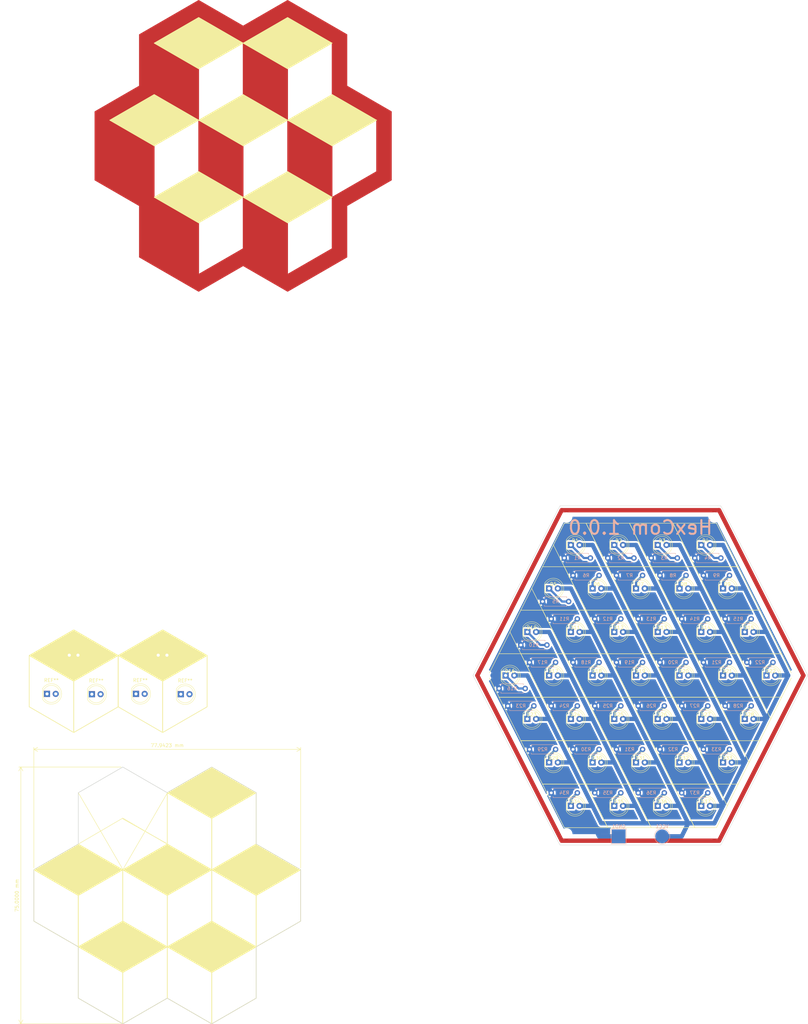
<source format=kicad_pcb>
(kicad_pcb (version 20211014) (generator pcbnew)
  (layers (0 "F.Cu" signal) (31 "B.Cu" signal) (34 "B.Paste" user) (35 "F.Paste" user) (36 "B.SilkS" user "B.Silkscreen") (37 "F.SilkS" user "F.Silkscreen") (38 "B.Mask" user) (39 "F.Mask" user) (44 "Edge.Cuts" user))
  (net 0 "")
  (net 1 "Net-(D1-Pad1)")
  (net 2 "/VCC")
  (net 3 "/GND")
  (net 4 "Net-(D2-Pad1)")
  (net 5 "Net-(D3-Pad1)")
  (net 6 "Net-(D4-Pad1)")
  (net 7 "Net-(D5-Pad1)")
  (net 8 "Net-(D6-Pad1)")
  (net 9 "Net-(D7-Pad1)")
  (net 10 "Net-(D8-Pad1)")
  (net 11 "Net-(D9-Pad1)")
  (net 12 "Net-(D10-Pad1)")
  (net 13 "Net-(D11-Pad1)")
  (net 14 "Net-(D12-Pad1)")
  (net 15 "Net-(D13-Pad1)")
  (net 16 "Net-(D14-Pad1)")
  (net 17 "Net-(D15-Pad1)")
  (net 18 "Net-(D16-Pad1)")
  (net 19 "Net-(D17-Pad1)")
  (net 20 "Net-(D18-Pad1)")
  (net 21 "Net-(D19-Pad1)")
  (net 22 "Net-(D20-Pad1)")
  (net 23 "Net-(D21-Pad1)")
  (net 24 "Net-(D22-Pad1)")
  (net 25 "Net-(D23-Pad1)")
  (net 26 "Net-(D24-Pad1)")
  (net 27 "Net-(D25-Pad1)")
  (net 28 "Net-(D26-Pad1)")
  (net 29 "Net-(D27-Pad1)")
  (net 30 "Net-(D28-Pad1)")
  (net 31 "Net-(D29-Pad1)")
  (net 32 "Net-(D30-Pad1)")
  (net 33 "Net-(D31-Pad1)")
  (net 34 "Net-(D32-Pad1)")
  (net 35 "Net-(D33-Pad1)")
  (net 36 "Net-(D34-Pad1)")
  (net 37 "Net-(D35-Pad1)")
  (net 38 "Net-(D36-Pad1)")
  (net 39 "Net-(D37-Pad1)")
  (footprint "LED_THT:LED_D5.0mm" (layer "F.Cu") (at 207.645 87.63)
    (fp_text reference "D18")
    (fp_text value "LED")
  )
  (footprint "LED_THT:LED_D5.0mm" (layer "F.Cu") (at 239.395 49.53)
    (fp_text reference "D4")
    (fp_text value "LED")
  )
  (footprint "LED_THT:LED_D5.0mm" (layer "F.Cu") (at 258.445 87.63)
    (fp_text reference "D22")
    (fp_text value "LED")
  )
  (footprint "LED_THT:LED_D5.0mm" (layer "F.Cu") (at 226.695 49.53)
    (fp_text reference "D3")
    (fp_text value "LED")
  )
  (footprint "LED_THT:LED_D5.0mm" (layer "F.Cu") (at 233.045 62.23)
    (fp_text reference "D8")
    (fp_text value "LED")
  )
  (footprint "LED_THT:LED_D5.0mm" (layer "F.Cu") (at 61.392364 93.115374)
    (fp_text reference "REF**")
    (fp_text value "LED_D5.0mm")
  )
  (footprint "" (layer "F.Cu") (at 200.025 41.275)
    (fp_text reference "")
    (fp_text value "")
  )
  (footprint "LED_THT:LED_D5.0mm" (layer "F.Cu") (at 201.295 125.73)
    (fp_text reference "D34")
    (fp_text value "LED")
  )
  (footprint "LED_THT:LED_D5.0mm" (layer "F.Cu") (at 188.595 100.33)
    (fp_text reference "D23")
    (fp_text value "LED")
  )
  (footprint "LED_THT:LED_D5.0mm" (layer "F.Cu") (at 182.245 87.63)
    (fp_text reference "D16")
    (fp_text value "LED")
  )
  (footprint "LED_THT:LED_D5.0mm" (layer "F.Cu") (at 207.645 113.03)
    (fp_text reference "D30")
    (fp_text value "LED")
  )
  (footprint "LED_THT:LED_D5.0mm" (layer "F.Cu") (at 239.395 100.33)
    (fp_text reference "D27")
    (fp_text value "LED")
  )
  (footprint "LED_THT:LED_D5.0mm" (layer "F.Cu") (at 239.395 125.73)
    (fp_text reference "D37")
    (fp_text value "LED")
  )
  (footprint "LED_THT:LED_D5.0mm" (layer "F.Cu") (at 201.295 100.33)
    (fp_text reference "D24")
    (fp_text value "LED")
  )
  (footprint "LED_THT:LED_D5.0mm" (layer "F.Cu") (at 48.292364 93.015374)
    (fp_text reference "REF**")
    (fp_text value "LED_D5.0mm")
  )
  (footprint "LED_THT:LED_D5.0mm" (layer "F.Cu") (at 54.792364 81.715374)
    (fp_text reference "REF**")
    (fp_text value "LED_D5.0mm")
  )
  (footprint "" (layer "F.Cu") (at 243.205 133.985)
    (fp_text reference "")
    (fp_text value "")
  )
  (footprint "" (layer "F.Cu") (at 200.025 133.985)
    (fp_text reference "")
    (fp_text value "")
  )
  (footprint "LED_THT:LED_D5.0mm" (layer "F.Cu") (at 233.045 113.03)
    (fp_text reference "D32")
    (fp_text value "LED")
  )
  (footprint "LED_THT:LED_D5.0mm" (layer "F.Cu") (at 252.095 100.33)
    (fp_text reference "D28")
    (fp_text value "LED")
  )
  (footprint "LED_THT:LED_D5.0mm" (layer "F.Cu") (at 220.345 113.03)
    (fp_text reference "D31")
    (fp_text value "LED")
  )
  (footprint "LED_THT:LED_D5.0mm" (layer "F.Cu") (at 194.945 113.03)
    (fp_text reference "D29")
    (fp_text value "LED")
  )
  (footprint "LED_THT:LED_D5.0mm" (layer "F.Cu") (at 213.995 100.33)
    (fp_text reference "D25")
    (fp_text value "LED")
  )
  (footprint "LED_THT:LED_D5.0mm" (layer "F.Cu") (at 220.345 87.63)
    (fp_text reference "D19")
    (fp_text value "LED")
  )
  (footprint "LED_THT:LED_D5.0mm" (layer "F.Cu") (at 233.045 87.63)
    (fp_text reference "D20")
    (fp_text value "LED")
  )
  (footprint "LED_THT:LED_D5.0mm" (layer "F.Cu") (at 188.595 74.93)
    (fp_text reference "D10")
    (fp_text value "LED")
  )
  (footprint "LED_THT:LED_D5.0mm" (layer "F.Cu") (at 201.295 74.93)
    (fp_text reference "D11")
    (fp_text value "LED")
  )
  (footprint "LED_THT:LED_D5.0mm" (layer "F.Cu") (at 245.745 62.23)
    (fp_text reference "D9")
    (fp_text value "LED")
  )
  (footprint "" (layer "F.Cu") (at 176.53 87.63)
    (fp_text reference "")
    (fp_text value "")
  )
  (footprint "LED_THT:LED_D5.0mm" (layer "F.Cu") (at 80.773138 81.715374)
    (fp_text reference "REF**")
    (fp_text value "LED_D5.0mm")
  )
  (footprint "LED_THT:LED_D5.0mm" (layer "F.Cu") (at 226.695 125.73)
    (fp_text reference "D36")
    (fp_text value "LED")
  )
  (footprint "LED_THT:LED_D5.0mm" (layer "F.Cu") (at 194.945 62.23)
    (fp_text reference "D5")
    (fp_text value "LED")
  )
  (footprint "LED_THT:LED_D5.0mm" (layer "F.Cu") (at 87.373138 93.115374)
    (fp_text reference "REF**")
    (fp_text value "LED_D5.0mm")
  )
  (footprint "LED_THT:LED_D5.0mm" (layer "F.Cu") (at 213.995 125.73)
    (fp_text reference "D35")
    (fp_text value "LED")
  )
  (footprint "LED_THT:LED_D5.0mm" (layer "F.Cu") (at 194.945 87.63)
    (fp_text reference "D17")
    (fp_text value "LED")
  )
  (footprint "LED_THT:LED_D5.0mm" (layer "F.Cu") (at 226.695 74.93)
    (fp_text reference "D13")
    (fp_text value "LED")
  )
  (footprint "" (layer "F.Cu") (at 243.205 41.275)
    (fp_text reference "")
    (fp_text value "")
  )
  (footprint "LED_THT:LED_D5.0mm" (layer "F.Cu") (at 239.395 74.93)
    (fp_text reference "D14")
    (fp_text value "LED")
  )
  (footprint "LED_THT:LED_D5.0mm" (layer "F.Cu") (at 213.995 74.93)
    (fp_text reference "D12")
    (fp_text value "LED")
  )
  (footprint "" (layer "F.Cu") (at 266.7 87.63)
    (fp_text reference "")
    (fp_text value "")
  )
  (footprint "LED_THT:LED_D5.0mm" (layer "F.Cu") (at 226.695 100.33)
    (fp_text reference "D26")
    (fp_text value "LED")
  )
  (footprint "LED_THT:LED_D5.0mm" (layer "F.Cu") (at 245.745 87.63)
    (fp_text reference "D21")
    (fp_text value "LED")
  )
  (footprint "LED_THT:LED_D5.0mm" (layer "F.Cu") (at 245.745 113.03)
    (fp_text reference "D33")
    (fp_text value "LED")
  )
  (footprint "LED_THT:LED_D5.0mm" (layer "F.Cu") (at 207.645 62.23)
    (fp_text reference "D6")
    (fp_text value "LED")
  )
  (footprint "LED_THT:LED_D5.0mm" (layer "F.Cu") (at 252.095 74.93)
    (fp_text reference "D15")
    (fp_text value "LED")
  )
  (footprint "LED_THT:LED_D5.0mm" (layer "F.Cu") (at 213.995 49.53)
    (fp_text reference "D2")
    (fp_text value "LED")
  )
  (footprint "LED_THT:LED_D5.0mm" (layer "F.Cu") (at 220.345 62.23)
    (fp_text reference "D7")
    (fp_text value "LED")
  )
  (footprint "LED_THT:LED_D5.0mm" (layer "F.Cu") (at 201.295 49.53)
    (fp_text reference "D1")
    (fp_text value "LED")
  )
  (footprint "LED_THT:LED_D5.0mm" (layer "F.Cu") (at 74.273138 93.015374)
    (fp_text reference "REF**")
    (fp_text value "LED_D5.0mm")
  )
  (footprint "TestPoint:TestPoint_Pad_4.0x4.0mm" (layer "B.Cu") (at 215.265 134.62 180)
    (fp_text reference "GND1")
    (fp_text value "TestPoint")
  )
  (footprint "Resistor_THT:R_Axial_DIN0207_L6.3mm_D2.5mm_P7.62mm_Horizontal" (layer "B.Cu") (at 201.93 58.42)
    (fp_text reference "R6")
    (fp_text value "220")
  )
  (footprint "Resistor_THT:R_Axial_DIN0207_L6.3mm_D2.5mm_P7.62mm_Horizontal" (layer "B.Cu") (at 195.58 121.92)
    (fp_text reference "R34")
    (fp_text value "220")
  )
  (footprint "Resistor_THT:R_Axial_DIN0207_L6.3mm_D2.5mm_P7.62mm_Horizontal" (layer "B.Cu") (at 233.68 121.92)
    (fp_text reference "R37")
    (fp_text value "220")
  )
  (footprint "Resistor_THT:R_Axial_DIN0207_L6.3mm_D2.5mm_P7.62mm_Horizontal" (layer "B.Cu") (at 186.69 78.74)
    (fp_text reference "R10")
    (fp_text value "220")
  )
  (footprint "Resistor_THT:R_Axial_DIN0207_L6.3mm_D2.5mm_P7.62mm_Horizontal" (layer "B.Cu") (at 246.38 71.12)
    (fp_text reference "R15")
    (fp_text value "220")
  )
  (footprint "Resistor_THT:R_Axial_DIN0207_L6.3mm_D2.5mm_P7.62mm_Horizontal" (layer "B.Cu") (at 227.33 109.22)
    (fp_text reference "R32")
    (fp_text value "220")
  )
  (footprint "Resistor_THT:R_Axial_DIN0207_L6.3mm_D2.5mm_P7.62mm_Horizontal" (layer "B.Cu") (at 246.38 96.52)
    (fp_text reference "R28")
    (fp_text value "220")
  )
  (footprint "TestPoint:TestPoint_Pad_D4.0mm" (layer "B.Cu") (at 227.965 134.62 180)
    (fp_text reference "VCC1")
    (fp_text value "TestPoint")
  )
  (footprint "Resistor_THT:R_Axial_DIN0207_L6.3mm_D2.5mm_P7.62mm_Horizontal" (layer "B.Cu") (at 220.98 71.12)
    (fp_text reference "R13")
    (fp_text value "220")
  )
  (footprint "Resistor_THT:R_Axial_DIN0207_L6.3mm_D2.5mm_P7.62mm_Horizontal" (layer "B.Cu") (at 220.98 121.92)
    (fp_text reference "R36")
    (fp_text value "220")
  )
  (footprint "Resistor_THT:R_Axial_DIN0207_L6.3mm_D2.5mm_P7.62mm_Horizontal" (layer "B.Cu") (at 252.73 83.82)
    (fp_text reference "R22")
    (fp_text value "220")
  )
  (footprint "Resistor_THT:R_Axial_DIN0207_L6.3mm_D2.5mm_P7.62mm_Horizontal" (layer "B.Cu") (at 233.68 71.12)
    (fp_text reference "R14")
    (fp_text value "220")
  )
  (footprint "Resistor_THT:R_Axial_DIN0207_L6.3mm_D2.5mm_P7.62mm_Horizontal" (layer "B.Cu") (at 212.09 53.34)
    (fp_text reference "R2")
    (fp_text value "220")
  )
  (footprint "Resistor_THT:R_Axial_DIN0207_L6.3mm_D2.5mm_P7.62mm_Horizontal" (layer "B.Cu") (at 180.34 91.44)
    (fp_text reference "R16")
    (fp_text value "220")
  )
  (footprint "Resistor_THT:R_Axial_DIN0207_L6.3mm_D2.5mm_P7.62mm_Horizontal" (layer "B.Cu") (at 201.93 109.22)
    (fp_text reference "R30")
    (fp_text value "220")
  )
  (footprint "Resistor_THT:R_Axial_DIN0207_L6.3mm_D2.5mm_P7.62mm_Horizontal" (layer "B.Cu") (at 195.58 96.52)
    (fp_text reference "R24")
    (fp_text value "220")
  )
  (footprint "Resistor_THT:R_Axial_DIN0207_L6.3mm_D2.5mm_P7.62mm_Horizontal" (layer "B.Cu") (at 220.98 96.52)
    (fp_text reference "R26")
    (fp_text value "220")
  )
  (footprint "Resistor_THT:R_Axial_DIN0207_L6.3mm_D2.5mm_P7.62mm_Horizontal" (layer "B.Cu") (at 199.39 53.34)
    (fp_text reference "R1")
    (fp_text value "220")
  )
  (footprint "Resistor_THT:R_Axial_DIN0207_L6.3mm_D2.5mm_P7.62mm_Horizontal" (layer "B.Cu") (at 208.28 71.12)
    (fp_text reference "R12")
    (fp_text value "220")
  )
  (footprint "Resistor_THT:R_Axial_DIN0207_L6.3mm_D2.5mm_P7.62mm_Horizontal" (layer "B.Cu") (at 208.28 96.52)
    (fp_text reference "R25")
    (fp_text value "220")
  )
  (footprint "Resistor_THT:R_Axial_DIN0207_L6.3mm_D2.5mm_P7.62mm_Horizontal" (layer "B.Cu") (at 227.33 83.82)
    (fp_text reference "R20")
    (fp_text value "220")
  )
  (footprint "Resistor_THT:R_Axial_DIN0207_L6.3mm_D2.5mm_P7.62mm_Horizontal" (layer "B.Cu") (at 240.03 109.22)
    (fp_text reference "R33")
    (fp_text value "220")
  )
  (footprint "Resistor_THT:R_Axial_DIN0207_L6.3mm_D2.5mm_P7.62mm_Horizontal" (layer "B.Cu") (at 240.03 83.82)
    (fp_text reference "R21")
    (fp_text value "220")
  )
  (footprint "Resistor_THT:R_Axial_DIN0207_L6.3mm_D2.5mm_P7.62mm_Horizontal" (layer "B.Cu") (at 208.28 121.92)
    (fp_text reference "R35")
    (fp_text value "220")
  )
  (footprint "Resistor_THT:R_Axial_DIN0207_L6.3mm_D2.5mm_P7.62mm_Horizontal" (layer "B.Cu") (at 214.63 58.42)
    (fp_text reference "R7")
    (fp_text value "220")
  )
  (footprint "Resistor_THT:R_Axial_DIN0207_L6.3mm_D2.5mm_P7.62mm_Horizontal" (layer "B.Cu") (at 233.68 96.52)
    (fp_text reference "R27")
    (fp_text value "220")
  )
  (footprint "Resistor_THT:R_Axial_DIN0207_L6.3mm_D2.5mm_P7.62mm_Horizontal" (layer "B.Cu") (at 237.49 53.34)
    (fp_text reference "R4")
    (fp_text value "220")
  )
  (footprint "Resistor_THT:R_Axial_DIN0207_L6.3mm_D2.5mm_P7.62mm_Horizontal" (layer "B.Cu") (at 189.23 109.22)
    (fp_text reference "R29")
    (fp_text value "220")
  )
  (footprint "Resistor_THT:R_Axial_DIN0207_L6.3mm_D2.5mm_P7.62mm_Horizontal" (layer "B.Cu") (at 182.88 96.52)
    (fp_text reference "R23")
    (fp_text value "220")
  )
  (footprint "Resistor_THT:R_Axial_DIN0207_L6.3mm_D2.5mm_P7.62mm_Horizontal" (layer "B.Cu") (at 195.58 71.12)
    (fp_text reference "R11")
    (fp_text value "220")
  )
  (footprint "Resistor_THT:R_Axial_DIN0207_L6.3mm_D2.5mm_P7.62mm_Horizontal" (layer "B.Cu") (at 227.33 58.42)
    (fp_text reference "R8")
    (fp_text value "220")
  )
  (footprint "Resistor_THT:R_Axial_DIN0207_L6.3mm_D2.5mm_P7.62mm_Horizontal" (layer "B.Cu") (at 214.63 83.82)
    (fp_text reference "R19")
    (fp_text value "220")
  )
  (footprint "Resistor_THT:R_Axial_DIN0207_L6.3mm_D2.5mm_P7.62mm_Horizontal" (layer "B.Cu") (at 214.63 109.22)
    (fp_text reference "R31")
    (fp_text value "220")
  )
  (footprint "Resistor_THT:R_Axial_DIN0207_L6.3mm_D2.5mm_P7.62mm_Horizontal" (layer "B.Cu") (at 201.93 83.82)
    (fp_text reference "R18")
    (fp_text value "220")
  )
  (footprint "Resistor_THT:R_Axial_DIN0207_L6.3mm_D2.5mm_P7.62mm_Horizontal" (layer "B.Cu") (at 189.23 83.82)
    (fp_text reference "R17")
    (fp_text value "220")
  )
  (footprint "Resistor_THT:R_Axial_DIN0207_L6.3mm_D2.5mm_P7.62mm_Horizontal" (layer "B.Cu") (at 240.03 58.42)
    (fp_text reference "R9")
    (fp_text value "220")
  )
  (footprint "Resistor_THT:R_Axial_DIN0207_L6.3mm_D2.5mm_P7.62mm_Horizontal" (layer "B.Cu") (at 224.79 53.34)
    (fp_text reference "R3")
    (fp_text value "220")
  )
  (footprint "Resistor_THT:R_Axial_DIN0207_L6.3mm_D2.5mm_P7.62mm_Horizontal" (layer "B.Cu") (at 193.04 66.04)
    (fp_text reference "R5")
    (fp_text value "220")
  )
  (gr_poly (pts (xy 118.569504 -44.53035) (xy 118.569504 -29.53035) (xy 105.579087 -37.03035) (xy 105.579087 -52.03035)) (layer "F.Cu") (width 0.2) (fill solid))
  (gr_poly (pts (xy 131.55986 -67.030365) (xy 131.55986 -52.03035) (xy 118.569504 -59.53035) (xy 118.569504 -74.530365)) (layer "F.Cu") (width 0.2) (fill solid))
  (gr_poly (pts (xy 92.58873 -44.53035) (xy 92.58873 -29.53035) (xy 79.598343 -37.03035) (xy 79.598343 -52.03035)) (layer "F.Cu") (width 0.2) (fill solid))
  (gr_poly (pts (xy 79.598343 -67.030365) (xy 79.598343 -52.03035) (xy 66.607956 -59.53035) (xy 66.607956 -74.530365)) (layer "F.Cu") (width 0.2) (fill solid))
  (gr_poly (pts (xy 135.889969 -99.529741) (xy 135.889969 -84.529619) (xy 148.880386 -77.029817) (xy 148.880386 -57.030016) (xy 135.889969 -49.529695) (xy 135.889969 -34.529573) (xy 118.569565 -24.529665) (xy 105.579147 -32.029985) (xy 92.58873 -24.529665) (xy 75.268326 -34.529573) (xy 75.268326 -49.529695) (xy 62.277908 -57.03) (xy 62.277908 -59.529619) (xy 66.607894 -59.529619) (xy 79.598312 -52.029802) (xy 79.598312 -37.029665) (xy 92.58873 -29.529878) (xy 105.579147 -37.029665) (xy 118.569565 -29.529878) (xy 131.559982 -37.029665) (xy 131.559982 -52.029787) (xy 144.550399 -59.529603) (xy 144.550399 -74.52971) (xy 131.559982 -82.030031) (xy 131.559982 -97.029634) (xy 118.569565 -104.529954) (xy 105.579147 -97.029634) (xy 92.58873 -104.529954) (xy 79.598312 -97.029649) (xy 79.598312 -82.030046) (xy 66.607894 -74.529725) (xy 66.607894 -59.529619) (xy 62.277908 -59.529619) (xy 62.277908 -77.029817) (xy 75.268326 -84.529619) (xy 75.268326 -99.529741) (xy 92.58873 -109.529642) (xy 105.579147 -102.02984) (xy 118.569565 -109.529642)) (layer "F.Cu") (width 0.2) (fill solid))
  (gr_poly (pts (xy 105.579087 -67.030365) (xy 105.579087 -52.03035) (xy 92.58873 -59.53035) (xy 92.58873 -74.530365)) (layer "F.Cu") (width 0.2) (fill solid))
  (gr_poly (pts (xy 92.58873 -89.530365) (xy 92.58873 -74.530365) (xy 79.598343 -82.030366) (xy 79.598343 -97.030365)) (layer "F.Cu") (width 0.2) (fill solid))
  (gr_poly (pts (xy 118.569504 -89.530365) (xy 118.569504 -74.530365) (xy 105.579087 -82.030366) (xy 105.579087 -97.030365)) (layer "F.Cu") (width 0.2) (fill solid))
  (gr_line (start 212.09 55.88) (end 205.74 43.18) (layer "F.SilkS") (width 0.15))
  (gr_line (start 231.14 119.38) (end 218.44 119.38) (layer "F.SilkS") (width 0.15))
  (gr_line (start 243.84 68.58) (end 250.19 81.28) (layer "F.SilkS") (width 0.15))
  (gr_poly (pts (xy 122.379497 159.379996) (xy 109.38911 166.879996) (xy 109.38911 151.879996) (xy 122.379497 144.379996)) (layer "F.SilkS") (width 0.2) (fill none))
  (gr_line (start 75.268327 -99.529878) (end 75.268327 -99.529878) (layer "F.SilkS") (width 0.000701))
  (gr_line (start 199.39 106.68) (end 212.09 106.68) (layer "F.SilkS") (width 0.15))
  (gr_line (start 205.74 93.98) (end 193.04 93.98) (layer "F.SilkS") (width 0.15))
  (gr_line (start 205.74 43.18) (end 212.09 55.88) (layer "F.SilkS") (width 0.15))
  (gr_line (start 212.09 55.88) (end 218.44 68.58) (layer "F.SilkS") (width 0.15))
  (gr_line (start 256.54 93.98) (end 250.19 81.28) (layer "F.SilkS") (width 0.15))
  (gr_poly (pts (xy 69.0757 81.79537) (xy 56.085313 89.29537) (xy 43.094926 81.79537) (xy 56.085313 74.29537)) (layer "F.SilkS") (width 0.2) (fill solid))
  (gr_line (start 250.19 106.68) (end 237.49 106.68) (layer "F.SilkS") (width 0.15))
  (gr_poly (pts (xy 83.408336 181.879996) (xy 70.417949 189.379996) (xy 70.417949 174.379996) (xy 83.408336 166.879996)) (layer "F.SilkS") (width 0.2) (fill none))
  (gr_line (start 212.09 132.08) (end 205.74 119.38) (layer "F.SilkS") (width 0.15))
  (gr_line (start 193.04 119.38) (end 199.39 132.08) (layer "F.SilkS") (width 0.15))
  (gr_line (start 243.84 119.38) (end 250.19 119.38) (layer "F.SilkS") (width 0.15))
  (gr_line (start 262.89 81.28) (end 250.19 81.28) (layer "F.SilkS") (width 0.15))
  (gr_line (start 212.09 81.28) (end 224.79 81.28) (layer "F.SilkS") (width 0.15))
  (gr_line (start 218.44 119.38) (end 205.74 119.38) (layer "F.SilkS") (width 0.15))
  (gr_line (start 250.19 81.28) (end 256.54 93.98) (layer "F.SilkS") (width 0.15))
  (gr_line (start 193.04 93.98) (end 186.69 81.28) (layer "F.SilkS") (width 0.15))
  (gr_poly (pts (xy 96.398723 174.379996) (xy 96.398723 189.379996) (xy 83.408336 181.879996) (xy 83.408336 166.879996)) (layer "F.SilkS") (width 0.2) (fill none))
  (gr_poly (pts (xy 70.417949 144.379996) (xy 57.427562 151.879996) (xy 44.437175 144.379996) (xy 57.427562 136.879996)) (layer "F.SilkS") (width 0.2) (fill solid))
  (gr_line (start 237.49 106.68) (end 243.84 119.38) (layer "F.SilkS") (width 0.15))
  (gr_line (start 237.49 132.08) (end 243.84 132.08) (layer "F.SilkS") (width 0.15))
  (gr_line (start 259.715 100.33) (end 262.89 93.98) (layer "F.SilkS") (width 0.15))
  (gr_line (start 135.890122 -34.529878) (end 135.890122 -34.529878) (layer "F.SilkS") (width 0.000701))
  (gr_line (start 193.04 68.58) (end 205.74 68.58) (layer "F.SilkS") (width 0.15))
  (gr_line (start 231.14 43.18) (end 237.49 55.88) (layer "F.SilkS") (width 0.15))
  (gr_line (start 70.417949 129.5) (end 83.408336 136.8) (layer "F.SilkS") (width 0.15))
  (gr_line (start 183.515 74.93) (end 186.69 68.58) (layer "F.SilkS") (width 0.15))
  (gr_line (start 199.39 106.68) (end 193.04 93.98) (layer "F.SilkS") (width 0.15))
  (gr_line (start 218.44 68.58) (end 231.14 68.58) (layer "F.SilkS") (width 0.15))
  (gr_line (start 180.34 93.98) (end 177.165 87.63) (layer "F.SilkS") (width 0.15))
  (gr_line (start 199.39 55.88) (end 196.215 49.53) (layer "F.SilkS") (width 0.15))
  (gr_poly (pts (xy 118.569504 -74.53035) (xy 105.579117 -67.03035) (xy 92.58873 -74.53035) (xy 105.579117 -82.03035)) (layer "F.SilkS") (width 0.2) (fill solid))
  (gr_line (start 199.39 43.18) (end 205.74 43.18) (layer "F.SilkS") (width 0.15))
  (gr_line (start 186.69 81.28) (end 193.04 93.98) (layer "F.SilkS") (width 0.15))
  (gr_line (start 231.14 93.98) (end 218.44 93.98) (layer "F.SilkS") (width 0.15))
  (gr_line (start 199.39 81.28) (end 212.09 81.28) (layer "F.SilkS") (width 0.15))
  (gr_line (start 193.04 68.58) (end 199.39 81.28) (layer "F.SilkS") (width 0.15))
  (gr_line (start 231.14 119.38) (end 243.84 119.38) (layer "F.SilkS") (width 0.15))
  (gr_line (start 205.74 68.58) (end 193.04 68.58) (layer "F.SilkS") (width 0.15))
  (gr_line (start 231.14 68.58) (end 243.84 68.58) (layer "F.SilkS") (width 0.15))
  (gr_poly (pts (xy 95.056474 96.79537) (xy 82.066087 104.29537) (xy 82.066087 89.29537) (xy 95.056474 81.79537)) (layer "F.SilkS") (width 0.2) (fill none))
  (gr_line (start 118.569596 -109.529878) (end 118.569596 -109.529878) (layer "F.SilkS") (width 0.000701))
  (gr_line (start 237.49 55.88) (end 224.79 55.88) (layer "F.SilkS") (width 0.15))
  (gr_line (start 256.54 68.58) (end 243.84 68.58) (layer "F.SilkS") (width 0.15))
  (gr_line (start 212.09 106.68) (end 199.39 106.68) (layer "F.SilkS") (width 0.15))
  (gr_line (start 135.890122 -49.529878) (end 135.890122 -49.529878) (layer "F.SilkS") (width 0.000701))
  (gr_line (start 256.54 93.98) (end 262.89 93.98) (layer "F.SilkS") (width 0.15))
  (gr_line (start 231.14 93.98) (end 237.49 106.68) (layer "F.SilkS") (width 0.15))
  (gr_line (start 218.44 119.38) (end 231.14 119.38) (layer "F.SilkS") (width 0.15))
  (gr_line (start 186.69 68.58) (end 189.865 62.23) (layer "F.SilkS") (width 0.15))
  (gr_line (start 218.44 93.98) (end 224.79 106.68) (layer "F.SilkS") (width 0.15))
  (gr_line (start 231.14 43.18) (end 218.44 43.18) (layer "F.SilkS") (width 0.15))
  (gr_line (start 186.69 106.68) (end 199.39 106.68) (layer "F.SilkS") (width 0.15))
  (gr_line (start 205.74 68.58) (end 199.39 55.88) (layer "F.SilkS") (width 0.15))
  (gr_poly (pts (xy 109.38911 181.879996) (xy 96.398723 189.379996) (xy 96.398723 174.379996) (xy 109.38911 166.879996)) (layer "F.SilkS") (width 0.2) (fill none))
  (gr_line (start 180.34 81.28) (end 183.515 74.93) (layer "F.SilkS") (width 0.15))
  (gr_line (start 212.09 106.68) (end 218.44 119.38) (layer "F.SilkS") (width 0.15))
  (gr_line (start 243.84 68.58) (end 256.54 68.58) (layer "F.SilkS") (width 0.15))
  (gr_line (start 250.19 81.28) (end 262.89 81.28) (layer "F.SilkS") (width 0.15))
  (gr_line (start 224.79 55.88) (end 237.49 55.88) (layer "F.SilkS") (width 0.15))
  (gr_poly (pts (xy 95.056474 81.79537) (xy 82.066087 89.29537) (xy 69.0757 81.79537) (xy 82.066087 74.29537)) (layer "F.SilkS") (width 0.2) (fill solid))
  (gr_line (start 205.74 119.38) (end 218.44 119.38) (layer "F.SilkS") (width 0.15))
  (gr_line (start 180.34 93.98) (end 186.69 106.68) (layer "F.SilkS") (width 0.15))
  (gr_line (start 212.09 55.88) (end 199.39 55.88) (layer "F.SilkS") (width 0.15))
  (gr_line (start 243.84 93.98) (end 256.54 93.98) (layer "F.SilkS") (width 0.15))
  (gr_line (start 199.39 55.88) (end 205.74 68.58) (layer "F.SilkS") (width 0.15))
  (gr_line (start 193.04 93.98) (end 205.74 93.98) (layer "F.SilkS") (width 0.15))
  (gr_line (start 224.79 81.28) (end 218.44 68.58) (layer "F.SilkS") (width 0.15))
  (gr_line (start 135.890122 -84.529878) (end 135.890122 -84.529878) (layer "F.SilkS") (width 0.000701))
  (gr_line (start 256.54 68.58) (end 250.19 55.88) (layer "F.SilkS") (width 0.15))
  (gr_line (start 250.19 55.88) (end 237.49 55.88) (layer "F.SilkS") (width 0.15))
  (gr_line (start 199.39 132.08) (end 212.09 132.08) (layer "F.SilkS") (width 0.15))
  (gr_line (start 180.34 93.98) (end 193.04 93.98) (layer "F.SilkS") (width 0.15))
  (gr_line (start 250.19 55.88) (end 243.84 43.18) (layer "F.SilkS") (width 0.15))
  (gr_poly (pts (xy 92.58873 -74.53035) (xy 79.598343 -67.03035) (xy 66.607987 -74.53035) (xy 79.598343 -82.03035)) (layer "F.SilkS") (width 0.2) (fill solid))
  (gr_line (start 199.39 106.68) (end 205.74 119.38) (layer "F.SilkS") (width 0.15))
  (gr_line (start 193.04 68.58) (end 186.69 68.58) (layer "F.SilkS") (width 0.15))
  (gr_line (start 92.588822 -109.529878) (end 92.588822 -109.529878) (layer "F.SilkS") (width 0.000701))
  (gr_line (start 189.865 62.23) (end 193.04 55.88) (layer "F.SilkS") (width 0.15))
  (gr_line (start 237.49 106.68) (end 231.14 93.98) (layer "F.SilkS") (width 0.15))
  (gr_line (start 224.79 106.68) (end 218.44 93.98) (layer "F.SilkS") (width 0.15))
  (gr_line (start 231.14 93.98) (end 224.79 81.28) (layer "F.SilkS") (width 0.15))
  (gr_poly (pts (xy 56.085313 89.29537) (xy 56.085313 104.29537) (xy 43.094926 96.79537) (xy 43.094926 81.79537)) (layer "F.SilkS") (width 0.2) (fill none))
  (gr_line (start 186.69 81.28) (end 199.39 81.28) (layer "F.SilkS") (width 0.15))
  (gr_line (start 231.14 68.58) (end 237.49 81.28) (layer "F.SilkS") (width 0.15))
  (gr_line (start 199.39 106.68) (end 186.69 106.68) (layer "F.SilkS") (width 0.15))
  (gr_line (start 224.79 132.08) (end 218.44 119.38) (layer "F.SilkS") (width 0.15))
  (gr_poly (pts (xy 105.579117 -52.03035) (xy 92.58876 -44.53035) (xy 79.598343 -52.03035) (xy 92.58876 -59.53035)) (layer "F.SilkS") (width 0.2) (fill solid))
  (gr_line (start 224.79 81.28) (end 212.09 81.28) (layer "F.SilkS") (width 0.15))
  (gr_line (start 256.54 93.98) (end 243.84 93.98) (layer "F.SilkS") (width 0.15))
  (gr_line (start 224.79 55.88) (end 218.44 43.18) (layer "F.SilkS") (width 0.15))
  (gr_poly (pts (xy 82.066087 89.29537) (xy 82.066087 104.29537) (xy 69.0757 96.79537) (xy 69.0757 81.79537)) (layer "F.SilkS") (width 0.2) (fill none))
  (gr_line (start 118.569627 -24.529878) (end 118.569627 -24.529878) (layer "F.SilkS") (width 0.000701))
  (gr_line (start 224.79 106.68) (end 231.14 119.38) (layer "F.SilkS") (width 0.15))
  (gr_line (start 224.79 106.68) (end 237.49 106.68) (layer "F.SilkS") (width 0.15))
  (gr_line (start 186.69 81.28) (end 183.515 74.93) (layer "F.SilkS") (width 0.15))
  (gr_line (start 243.84 119.38) (end 247.015 125.73) (layer "F.SilkS") (width 0.15))
  (gr_poly (pts (xy 69.0757 96.79537) (xy 56.085313 104.29537) (xy 56.085313 89.29537) (xy 69.0757 81.79537)) (layer "F.SilkS") (width 0.2) (fill none))
  (gr_line (start 212.09 106.68) (end 205.74 93.98) (layer "F.SilkS") (width 0.15))
  (gr_line (start 266.065 87.63) (end 262.89 93.98) (layer "F.SilkS") (width 0.15))
  (gr_poly (pts (xy 57.427562 151.879996) (xy 57.427562 166.879996) (xy 44.437175 159.379996) (xy 44.437175 144.379996)) (layer "F.SilkS") (width 0.2) (fill none))
  (gr_line (start 253.365 113.03) (end 256.54 106.68) (layer "F.SilkS") (width 0.15))
  (gr_line (start 237.49 106.68) (end 250.19 106.68) (layer "F.SilkS") (width 0.15))
  (gr_poly (pts (xy 131.559891 -52.03035) (xy 118.569504 -44.53035) (xy 105.579117 -52.03035) (xy 118.569504 -59.53035)) (layer "F.SilkS") (width 0.2) (fill solid))
  (gr_line (start 218.44 68.58) (end 224.79 81.28) (layer "F.SilkS") (width 0.15))
  (gr_line (start 237.49 132.08) (end 231.14 119.38) (layer "F.SilkS") (width 0.15))
  (gr_line (start 250.19 106.68) (end 243.84 93.98) (layer "F.SilkS") (width 0.15))
  (gr_line (start 193.04 93.98) (end 199.39 106.68) (layer "F.SilkS") (width 0.15))
  (gr_line (start 212.09 81.28) (end 218.44 93.98) (layer "F.SilkS") (width 0.15))
  (gr_line (start 205.74 93.98) (end 218.44 93.98) (layer "F.SilkS") (width 0.15))
  (gr_line (start 105.57924 -32.029878) (end 105.57924 -32.029878) (layer "F.SilkS") (width 0.000701))
  (gr_line (start 199.39 81.28) (end 205.74 93.98) (layer "F.SilkS") (width 0.15))
  (gr_line (start 256.54 93.98) (end 259.715 100.33) (layer "F.SilkS") (width 0.15))
  (gr_line (start 243.84 93.98) (end 231.14 93.98) (layer "F.SilkS") (width 0.15))
  (gr_line (start 70.417949 144.379996) (end 83.408336 122) (layer "F.SilkS") (width 0.15))
  (gr_poly (pts (xy 105.579117 -97.03035) (xy 92.58876 -89.53035) (xy 79.598343 -97.03035) (xy 92.58876 -104.53035)) (layer "F.SilkS") (width 0.2) (fill solid))
  (gr_line (start 218.44 93.98) (end 212.09 81.28) (layer "F.SilkS") (width 0.15))
  (gr_line (start 237.49 81.28) (end 250.19 81.28) (layer "F.SilkS") (width 0.15))
  (gr_line (start 266.065 87.63) (end 262.89 81.28) (layer "F.SilkS") (width 0.15))
  (gr_line (start 224.79 81.28) (end 231.14 93.98) (layer "F.SilkS") (width 0.15))
  (gr_line (start 212.09 106.68) (end 224.79 106.68) (layer "F.SilkS") (width 0.15))
  (gr_line (start 92.588853 -24.529878) (end 92.588853 -24.529878) (layer "F.SilkS") (width 0.000701))
  (gr_line (start 70.417949 129.3) (end 57.427562 136.879996) (layer "F.SilkS") (width 0.15))
  (gr_line (start 237.49 81.28) (end 231.14 68.58) (layer "F.SilkS") (width 0.15))
  (gr_line (start 186.69 81.28) (end 180.34 81.28) (layer "F.SilkS") (width 0.15))
  (gr_line (start 231.14 119.38) (end 237.49 132.08) (layer "F.SilkS") (width 0.15))
  (gr_line (start 199.39 81.28) (end 186.69 81.28) (layer "F.SilkS") (width 0.15))
  (gr_poly (pts (xy 109.38911 136.879996) (xy 96.398723 144.379996) (xy 96.398723 129.379996) (xy 109.38911 121.879996)) (layer "F.SilkS") (width 0.2) (fill none))
  (gr_line (start 247.015 125.73) (end 250.19 119.38) (layer "F.SilkS") (width 0.15))
  (gr_line (start 243.84 93.98) (end 250.19 106.68) (layer "F.SilkS") (width 0.15))
  (gr_poly (pts (xy 96.398723 159.379996) (xy 83.408336 166.879996) (xy 83.408336 151.879996) (xy 96.398723 144.379996)) (layer "F.SilkS") (width 0.2) (fill none))
  (gr_line (start 75.268357 -34.529878) (end 75.268357 -34.529878) (layer "F.SilkS") (width 0.000701))
  (gr_line (start 224.79 106.68) (end 212.09 106.68) (layer "F.SilkS") (width 0.15))
  (gr_line (start 250.19 106.68) (end 253.365 113.03) (layer "F.SilkS") (width 0.15))
  (gr_poly (pts (xy 70.417949 159.379996) (xy 57.427562 166.879996) (xy 57.427562 151.879996) (xy 70.417949 144.379996)) (layer "F.SilkS") (width 0.2) (fill none))
  (gr_line (start 243.84 119.38) (end 237.49 106.68) (layer "F.SilkS") (width 0.15))
  (gr_line (start 205.74 119.38) (end 199.39 106.68) (layer "F.SilkS") (width 0.15))
  (gr_line (start 212.09 132.08) (end 224.79 132.08) (layer "F.SilkS") (width 0.15))
  (gr_line (start 243.84 43.18) (end 231.14 43.18) (layer "F.SilkS") (width 0.15))
  (gr_line (start 250.19 106.68) (end 256.54 106.68) (layer "F.SilkS") (width 0.15))
  (gr_line (start 193.04 93.98) (end 180.34 93.98) (layer "F.SilkS") (width 0.15))
  (gr_line (start 199.39 55.88) (end 193.04 55.88) (layer "F.SilkS") (width 0.15))
  (gr_line (start 193.04 55.88) (end 196.215 49.53) (layer "F.SilkS") (width 0.15))
  (gr_line (start 218.44 93.98) (end 205.74 93.98) (layer "F.SilkS") (width 0.15))
  (gr_line (start 218.44 68.58) (end 205.74 68.58) (layer "F.SilkS") (width 0.15))
  (gr_poly (pts (xy 131.559891 -97.03035) (xy 118.569504 -89.53035) (xy 105.579117 -97.03035) (xy 118.569504 -104.53035)) (layer "F.SilkS") (width 0.2) (fill solid))
  (gr_line (start 62.27797 -57.029878) (end 62.27797 -57.029878) (layer "F.SilkS") (width 0.000701))
  (gr_line (start 193.04 68.58) (end 189.865 62.23) (layer "F.SilkS") (width 0.15))
  (gr_line (start 57.427562 121.879996) (end 70.5 144.379996) (layer "F.SilkS") (width 0.15))
  (gr_line (start 205.74 119.38) (end 212.09 132.08) (layer "F.SilkS") (width 0.15))
  (gr_line (start 231.14 119.38) (end 224.79 106.68) (layer "F.SilkS") (width 0.15))
  (gr_line (start 212.09 81.28) (end 205.74 68.58) (layer "F.SilkS") (width 0.15))
  (gr_line (start 243.84 93.98) (end 237.49 81.28) (layer "F.SilkS") (width 0.15))
  (gr_line (start 218.44 43.18) (end 205.74 43.18) (layer "F.SilkS") (width 0.15))
  (gr_line (start 193.04 119.38) (end 205.74 119.38) (layer "F.SilkS") (width 0.15))
  (gr_line (start 212.09 81.28) (end 199.39 81.28) (layer "F.SilkS") (width 0.15))
  (gr_line (start 148.880509 -77.029878) (end 148.880509 -77.029878) (layer "F.SilkS") (width 0.000701))
  (gr_line (start 205.74 68.58) (end 218.44 68.58) (layer "F.SilkS") (width 0.15))
  (gr_line (start 250.19 81.28) (end 237.49 81.28) (layer "F.SilkS") (width 0.15))
  (gr_line (start 218.44 119.38) (end 212.09 106.68) (layer "F.SilkS") (width 0.15))
  (gr_line (start 243.84 68.58) (end 231.14 68.58) (layer "F.SilkS") (width 0.15))
  (gr_poly (pts (xy 83.408336 166.879996) (xy 70.417949 174.379996) (xy 57.427562 166.879996) (xy 70.417949 159.379996)) (layer "F.SilkS") (width 0.2) (fill solid))
  (gr_line (start 218.44 43.18) (end 224.79 55.88) (layer "F.SilkS") (width 0.15))
  (gr_line (start 212.09 55.88) (end 224.79 55.88) (layer "F.SilkS") (width 0.15))
  (gr_line (start 237.49 81.28) (end 224.79 81.28) (layer "F.SilkS") (width 0.15))
  (gr_poly (pts (xy 83.408336 151.879996) (xy 83.408336 166.879996) (xy 70.417949 159.379996) (xy 70.417949 144.379996)) (layer "F.SilkS") (width 0.2) (fill none))
  (gr_line (start 247.015 125.73) (end 243.84 132.08) (layer "F.SilkS") (width 0.15))
  (gr_line (start 199.39 81.28) (end 193.04 68.58) (layer "F.SilkS") (width 0.15))
  (gr_line (start 237.49 55.88) (end 231.14 43.18) (layer "F.SilkS") (width 0.15))
  (gr_poly (pts (xy 122.379497 144.379996) (xy 109.38911 151.879996) (xy 96.398723 144.379996) (xy 109.38911 136.879996)) (layer "F.SilkS") (width 0.2) (fill solid))
  (gr_line (start 186.69 106.68) (end 193.04 119.38) (layer "F.SilkS") (width 0.15))
  (gr_poly (pts (xy 96.398723 129.379996) (xy 96.398723 144.379996) (xy 83.408336 136.879996) (xy 83.408336 121.879996)) (layer "F.SilkS") (width 0.2) (fill none))
  (gr_line (start 205.74 93.98) (end 212.09 106.68) (layer "F.SilkS") (width 0.15))
  (gr_poly (pts (xy 109.38911 151.879996) (xy 109.38911 166.879996) (xy 96.398723 159.379996) (xy 96.398723 144.379996)) (layer "F.SilkS") (width 0.2) (fill none))
  (gr_line (start 196.215 49.53) (end 199.39 43.18) (layer "F.SilkS") (width 0.15))
  (gr_line (start 231.14 68.58) (end 218.44 68.58) (layer "F.SilkS") (width 0.15))
  (gr_line (start 231.14 68.58) (end 224.79 55.88) (layer "F.SilkS") (width 0.15))
  (gr_line (start 224.79 132.08) (end 237.49 132.08) (layer "F.SilkS") (width 0.15))
  (gr_line (start 105.579209 -102.029878) (end 105.579209 -102.029878) (layer "F.SilkS") (width 0.000701))
  (gr_line (start 237.49 55.88) (end 243.84 68.58) (layer "F.SilkS") (width 0.15))
  (gr_line (start 177.165 87.63) (end 180.34 81.28) (layer "F.SilkS") (width 0.15))
  (gr_line (start 243.84 68.58) (end 237.49 55.88) (layer "F.SilkS") (width 0.15))
  (gr_line (start 237.49 81.28) (end 243.84 93.98) (layer "F.SilkS") (width 0.15))
  (gr_line (start 75.268357 -49.529878) (end 75.268357 -49.529878) (layer "F.SilkS") (width 0.000701))
  (gr_line (start 199.39 55.88) (end 212.09 55.88) (layer "F.SilkS") (width 0.15))
  (gr_line (start 250.19 81.28) (end 243.84 68.58) (layer "F.SilkS") (width 0.15))
  (gr_line (start 135.890122 -99.529878) (end 135.890122 -99.529878) (layer "F.SilkS") (width 0.000701))
  (gr_line (start 253.365 113.03) (end 250.19 119.38) (layer "F.SilkS") (width 0.15))
  (gr_line (start 148.880509 -57.029878) (end 148.880509 -57.029878) (layer "F.SilkS") (width 0.000701))
  (gr_poly (pts (xy 109.38911 121.879996) (xy 96.398723 129.379996) (xy 83.408336 121.879996) (xy 96.398723 114.379996)) (layer "F.SilkS") (width 0.2) (fill solid))
  (gr_line (start 243.84 119.38) (end 231.14 119.38) (layer "F.SilkS") (width 0.15))
  (gr_line (start 262.89 81.28) (end 256.54 68.58) (layer "F.SilkS") (width 0.15))
  (gr_line (start 237.49 106.68) (end 224.79 106.68) (layer "F.SilkS") (width 0.15))
  (gr_poly (pts (xy 144.550247 -74.53035) (xy 131.559891 -67.03035) (xy 118.569504 -74.53035) (xy 131.559891 -82.03035)) (layer "F.SilkS") (width 0.2) (fill solid))
  (gr_poly (pts (xy 70.417949 174.379996) (xy 70.417949 189.379996) (xy 57.427562 181.879996) (xy 57.427562 166.879996)) (layer "F.SilkS") (width 0.2) (fill none))
  (gr_poly (pts (xy 96.398723 144.379996) (xy 83.408336 151.879996) (xy 70.417949 144.379996) (xy 83.408336 136.879996)) (layer "F.SilkS") (width 0.2) (fill solid))
  (gr_line (start 62.27797 -77.029878) (end 62.27797 -77.029878) (layer "F.SilkS") (width 0.000701))
  (gr_line (start 224.79 81.28) (end 237.49 81.28) (layer "F.SilkS") (width 0.15))
  (gr_line (start 231.14 93.98) (end 243.84 93.98) (layer "F.SilkS") (width 0.15))
  (gr_line (start 224.79 55.88) (end 231.14 68.58) (layer "F.SilkS") (width 0.15))
  (gr_line (start 205.74 93.98) (end 199.39 81.28) (layer "F.SilkS") (width 0.15))
  (gr_line (start 237.49 55.88) (end 250.19 55.88) (layer "F.SilkS") (width 0.15))
  (gr_line (start 205.74 119.38) (end 193.04 119.38) (layer "F.SilkS") (width 0.15))
  (gr_line (start 218.44 68.58) (end 212.09 55.88) (layer "F.SilkS") (width 0.15))
  (gr_line (start 224.79 55.88) (end 212.09 55.88) (layer "F.SilkS") (width 0.15))
  (gr_line (start 259.715 100.33) (end 256.54 106.68) (layer "F.SilkS") (width 0.15))
  (gr_line (start 218.44 119.38) (end 224.79 132.08) (layer "F.SilkS") (width 0.15))
  (gr_line (start 70.417949 129.3) (end 83.408336 136.879996) (layer "F.SilkS") (width 0.15))
  (gr_poly (pts (xy 109.38911 166.879996) (xy 96.398723 174.379996) (xy 83.408336 166.879996) (xy 96.398723 159.379996)) (layer "F.SilkS") (width 0.2) (fill solid))
  (gr_line (start 218.44 93.98) (end 231.14 93.98) (layer "F.SilkS") (width 0.15))
  (gr_line (start 205.74 68.58) (end 212.09 81.28) (layer "F.SilkS") (width 0.15))
  (gr_line (start 75.268357 -34.529878) (end 75.268357 -49.529878) (layer "Edge.Cuts") (width 0.000701))
  (gr_line (start 245.11 137.16) (end 270.51 87.63) (layer "Edge.Cuts") (width 0.1))
  (gr_line (start 92.588853 -24.529878) (end 75.268357 -34.529878) (layer "Edge.Cuts") (width 0.000701))
  (gr_line (start 118.569627 -24.529878) (end 105.57924 -32.029878) (layer "Edge.Cuts") (width 0.000701))
  (gr_line (start 148.880509 -57.029878) (end 135.890122 -49.529878) (layer "Edge.Cuts") (width 0.000701))
  (gr_line (start 62.27797 -77.029878) (end 75.268327 -84.529878) (layer "Edge.Cuts") (width 0.000701))
  (gr_line (start 270.51 87.63) (end 245.11 38.1) (layer "Edge.Cuts") (width 0.1))
  (gr_line (start 75.268327 -84.529878) (end 75.268327 -99.529878) (layer "Edge.Cuts") (width 0.000701))
  (gr_line (start 105.579209 -102.029878) (end 118.569596 -109.529878) (layer "Edge.Cuts") (width 0.000701))
  (gr_line (start 172.72 87.63) (end 198.12 137.16) (layer "Edge.Cuts") (width 0.1))
  (gr_line (start 135.890122 -34.529878) (end 118.569627 -24.529878) (layer "Edge.Cuts") (width 0.000701))
  (gr_line (start 148.880509 -77.029878) (end 148.880509 -57.029878) (layer "Edge.Cuts") (width 0.000701))
  (gr_line (start 75.268357 -49.529878) (end 62.27797 -57.029878) (layer "Edge.Cuts") (width 0.000701))
  (gr_line (start 245.11 38.1) (end 198.12 38.1) (layer "Edge.Cuts") (width 0.1))
  (gr_line (start 105.57924 -32.029878) (end 92.588853 -24.529878) (layer "Edge.Cuts") (width 0.000701))
  (gr_line (start 75.268327 -99.529878) (end 92.588822 -109.529878) (layer "Edge.Cuts") (width 0.000701))
  (gr_line (start 92.588822 -109.529878) (end 105.579209 -102.029878) (layer "Edge.Cuts") (width 0.000701))
  (gr_line (start 135.890122 -49.529878) (end 135.890122 -34.529878) (layer "Edge.Cuts") (width 0.000701))
  (gr_line (start 135.890122 -99.529878) (end 135.890122 -84.529878) (layer "Edge.Cuts") (width 0.000701))
  (gr_line (start 118.569596 -109.529878) (end 135.890122 -99.529878) (layer "Edge.Cuts") (width 0.000701))
  (gr_line (start 62.27797 -57.029878) (end 62.27797 -77.029878) (layer "Edge.Cuts") (width 0.000701))
  (gr_line (start 198.12 38.1) (end 172.72 87.63) (layer "Edge.Cuts") (width 0.1))
  (gr_line (start 198.12 137.16) (end 245.11 137.16) (layer "Edge.Cuts") (width 0.1))
  (gr_poly (pts (xy 109.38911 121.879996) (xy 109.38911 136.879996) (xy 122.379497 144.379996) (xy 122.379497 159.379996) (xy 109.38911 166.879996) (xy 109.38911 181.879996) (xy 96.398723 189.379996) (xy 83.408336 181.879996) (xy 70.417949 189.379996) (xy 57.427562 181.879996) (xy 57.427562 166.879996) (xy 44.437175 159.379996) (xy 44.437175 144.379996) (xy 57.427562 136.879996) (xy 57.427562 121.879996) (xy 70.417949 114.379996) (xy 83.408336 121.879996) (xy 96.398723 114.379996)) (layer "Edge.Cuts") (width 0.15) (fill none))
  (gr_line (start 135.890122 -84.529878) (end 148.880509 -77.029878) (layer "Edge.Cuts") (width 0.000701))
  (gr_text "HexCom 1.0.0" (at 221.615 44.45) (layer "B.SilkS") (effects (font (size 4 4) (thickness 0.6)) (justify mirror)))
  (dimension (type aligned) (layer "F.SilkS") (pts (xy 44.437175 144.379996) (xy 122.379497 144.379996)) (height -35.159996) (gr_text "77.9423 mm" (at 83.408336 108.07) (layer "F.SilkS") (effects (font (size 1 1) (thickness 0.15)))) (format (units 3) (units_format 1) (precision 4)) (style (thickness 0.15) (arrow_length 1.27) (text_position_mode 0) (extension_height 0.58642) (extension_offset 0.5) keep_text_aligned))
  (dimension (type aligned) (layer "F.SilkS") (pts (xy 70.417949 189.379996) (xy 70.417949 114.379996)) (height -29.777949) (gr_text "75.0000 mm" (at 39.49 151.879996 90) (layer "F.SilkS") (effects (font (size 1 1) (thickness 0.15)))) (format (units 3) (units_format 1) (precision 4)) (style (thickness 0.15) (arrow_length 1.27) (text_position_mode 0) (extension_height 0.58642) (extension_offset 0.5) keep_text_aligned))
  (segment (start 269.24 87.63) (end 244.602 135.89) (width 1.27) (layer "F.Cu") (net 0))
  (segment (start 173.99 87.63) (end 198.628 39.37) (width 1.27) (layer "F.Cu") (net 0))
  (segment (start 244.602 135.89) (end 198.628 135.89) (width 1.27) (layer "F.Cu") (net 0))
  (segment (start 198.628 135.89) (end 173.99 87.63) (width 1.27) (layer "F.Cu") (net 0))
  (segment (start 198.628 39.37) (end 244.602 39.37) (width 1.27) (layer "F.Cu") (net 0))
  (segment (start 244.602 39.37) (end 269.24 87.63) (width 1.27) (layer "F.Cu") (net 0))
  (segment (start 201.295 49.53) (end 205.105 53.34) (width 0.635) (layer "B.Cu") (net 1))
  (segment (start 205.105 53.34) (end 207.01 53.34) (width 0.635) (layer "B.Cu") (net 1))
  (segment (start 220.345 49.53) (end 226.695 62.23) (width 1.27) (layer "B.Cu") (net 2))
  (segment (start 210.185 113.03) (end 213.995 113.03) (width 1.27) (layer "B.Cu") (net 2))
  (segment (start 252.095 62.23) (end 258.445 74.93) (width 1.27) (layer "B.Cu") (net 2))
  (segment (start 207.645 49.53) (end 213.995 62.23) (width 1.27) (layer "B.Cu") (net 2))
  (segment (start 233.045 74.93) (end 239.395 87.63) (width 1.27) (layer "B.Cu") (net 2))
  (segment (start 207.645 74.93) (end 213.995 87.63) (width 1.27) (layer "B.Cu") (net 2))
  (segment (start 245.745 49.53) (end 252.095 62.23) (width 1.27) (layer "B.Cu") (net 2))
  (segment (start 229.235 74.93) (end 233.045 74.93) (width 1.27) (layer "B.Cu") (net 2))
  (segment (start 241.935 74.93) (end 245.745 74.93) (width 1.27) (layer "B.Cu") (net 2))
  (segment (start 235.585 87.63) (end 239.395 87.63) (width 1.27) (layer "B.Cu") (net 2))
  (segment (start 241.935 100.33) (end 245.745 100.33) (width 1.27) (layer "B.Cu") (net 2))
  (segment (start 222.885 113.03) (end 226.695 113.03) (width 1.27) (layer "B.Cu") (net 2))
  (segment (start 197.485 62.23) (end 201.295 62.23) (width 1.27) (layer "B.Cu") (net 2))
  (segment (start 241.935 49.53) (end 245.745 49.53) (width 1.27) (layer "B.Cu") (net 2))
  (segment (start 254.635 74.93) (end 258.445 74.93) (width 1.27) (layer "B.Cu") (net 2))
  (segment (start 258.445 74.93) (end 264.795 87.63) (width 1.27) (layer "B.Cu") (net 2))
  (segment (start 248.285 87.63) (end 252.095 87.63) (width 1.27) (layer "B.Cu") (net 2))
  (segment (start 222.885 62.23) (end 226.695 62.23) (width 1.27) (layer "B.Cu") (net 2))
  (segment (start 241.935 125.73) (end 245.745 125.73) (width 1.27) (layer "B.Cu") (net 2))
  (segment (start 248.285 113.03) (end 252.095 113.03) (width 1.27) (layer "B.Cu") (net 2))
  (segment (start 210.185 62.23) (end 213.995 62.23) (width 1.27) (layer "B.Cu") (net 2))
  (segment (start 226.695 87.63) (end 233.045 100.33) (width 1.27) (layer "B.Cu") (net 2))
  (segment (start 184.785 87.63) (end 188.595 87.63) (width 1.27) (layer "B.Cu") (net 2))
  (segment (start 233.68 130.81) (end 222.885 130.81) (width 1.27) (layer "B.Cu") (net 2))
  (segment (start 229.235 49.53) (end 233.045 49.53) (width 1.27) (layer "B.Cu") (net 2))
  (segment (start 233.68 134.62) (end 235.585 130.81) (width 1.27) (layer "B.Cu") (net 2))
  (segment (start 213.995 113.03) (end 220.345 125.73) (width 1.27) (layer "B.Cu") (net 2))
  (segment (start 245.745 100.33) (end 252.095 113.03) (width 1.27) (layer "B.Cu") (net 2))
  (segment (start 213.995 87.63) (end 220.345 100.33) (width 1.27) (layer "B.Cu") (net 2))
  (segment (start 194.945 100.33) (end 201.295 113.03) (width 1.27) (layer "B.Cu") (net 2))
  (segment (start 248.285 62.23) (end 252.095 62.23) (width 1.27) (layer "B.Cu") (net 2))
  (segment (start 207.645 100.33) (end 213.995 113.03) (width 1.27) (layer "B.Cu") (net 2))
  (segment (start 239.395 62.23) (end 245.745 74.93) (width 1.27) (layer "B.Cu") (net 2))
  (segment (start 233.68 134.62) (end 227.965 134.62) (width 1.27) (layer "B.Cu") (net 2))
  (segment (start 203.835 100.33) (end 207.645 100.33) (width 1.27) (layer "B.Cu") (net 2))
  (segment (start 203.835 49.53) (end 207.645 49.53) (width 1.27) (layer "B.Cu") (net 2))
  (segment (start 188.595 87.63) (end 194.945 100.33) (width 1.27) (layer "B.Cu") (net 2))
  (segment (start 235.585 130.81) (end 233.68 130.81) (width 1.27) (layer "B.Cu") (net 2))
  (segment (start 191.135 100.33) (end 194.945 100.33) (width 1.27) (layer "B.Cu") (net 2))
  (segment (start 226.695 113.03) (end 233.045 125.73) (width 1.27) (layer "B.Cu") (net 2))
  (segment (start 233.045 49.53) (end 239.395 62.23) (width 1.27) (layer "B.Cu") (net 2))
  (segment (start 229.235 125.73) (end 233.045 125.73) (width 1.27) (layer "B.Cu") (net 2))
  (segment (start 235.585 62.23) (end 239.395 62.23) (width 1.27) (layer "B.Cu") (net 2))
  (segment (start 239.395 113.03) (end 245.745 125.73) (width 1.27) (layer "B.Cu") (net 2))
  (segment (start 197.485 87.63) (end 201.295 87.63) (width 1.27) (layer "B.Cu") (net 2))
  (segment (start 203.835 125.73) (end 207.645 125.73) (width 1.27) (layer "B.Cu") (net 2))
  (segment (start 220.345 125.73) (end 222.885 130.81) (width 1.27) (layer "B.Cu") (net 2))
  (segment (start 216.535 74.93) (end 220.345 74.93) (width 1.27) (layer "B.Cu") (net 2))
  (segment (start 207.645 125.73) (end 210.185 130.81) (width 1.27) (layer "B.Cu") (net 2))
  (segment (start 201.295 113.03) (end 207.645 125.73) (width 1.27) (layer "B.Cu") (net 2))
  (segment (start 233.045 100.33) (end 239.395 113.03) (width 1.27) (layer "B.Cu") (net 2))
  (segment (start 239.395 87.63) (end 245.745 100.33) (width 1.27) (layer "B.Cu") (net 2))
  (segment (start 194.945 74.93) (end 201.295 87.63) (width 1.27) (layer "B.Cu") (net 2))
  (segment (start 216.535 125.73) (end 220.345 125.73) (width 1.27) (layer "B.Cu") (net 2))
  (segment (start 233.045 125.73) (end 235.585 130.81) (width 1.27) (layer "B.Cu") (net 2))
  (segment (start 243.205 130.81) (end 235.585 130.81) (width 1.27) (layer "B.Cu") (net 2))
  (segment (start 229.235 100.33) (end 233.045 100.33) (width 1.27) (layer "B.Cu") (net 2))
  (segment (start 203.835 74.93) (end 207.645 74.93) (width 1.27) (layer "B.Cu") (net 2))
  (segment (start 197.485 113.03) (end 201.295 113.03) (width 1.27) (layer "B.Cu") (net 2))
  (segment (start 254.635 100.33) (end 258.445 100.33) (width 1.27) (layer "B.Cu") (net 2))
  (segment (start 264.795 87.63) (end 243.205 130.81) (width 1.27) (layer "B.Cu") (net 2))
  (segment (start 252.095 87.63) (end 258.445 100.33) (width 1.27) (layer "B.Cu") (net 2))
  (segment (start 245.745 74.93) (end 252.095 87.63) (width 1.27) (layer "B.Cu") (net 2))
  (segment (start 213.995 62.23) (end 220.345 74.93) (width 1.27) (layer "B.Cu") (net 2))
  (segment (start 220.345 100.33) (end 226.695 113.03) (width 1.27) (layer "B.Cu") (net 2))
  (segment (start 216.535 100.33) (end 220.345 100.33) (width 1.27) (layer "B.Cu") (net 2))
  (segment (start 220.345 74.93) (end 226.695 87.63) (width 1.27) (layer "B.Cu") (net 2))
  (segment (start 222.885 130.81) (end 210.185 130.81) (width 1.27) (layer "B.Cu") (net 2))
  (segment (start 210.185 87.63) (end 213.995 87.63) (width 1.27) (layer "B.Cu") (net 2))
  (segment (start 226.695 62.23) (end 233.045 74.93) (width 1.27) (layer "B.Cu") (net 2))
  (segment (start 201.295 62.23) (end 207.645 74.93) (width 1.27) (layer "B.Cu") (net 2))
  (segment (start 260.985 87.63) (end 264.795 87.63) (width 1.27) (layer "B.Cu") (net 2))
  (segment (start 222.885 87.63) (end 226.695 87.63) (width 1.27) (layer "B.Cu") (net 2))
  (segment (start 191.135 74.93) (end 194.945 74.93) (width 1.27) (layer "B.Cu") (net 2))
  (segment (start 201.295 87.63) (end 207.645 100.33) (width 1.27) (layer "B.Cu") (net 2))
  (segment (start 235.585 113.03) (end 239.395 113.03) (width 1.27) (layer "B.Cu") (net 2))
  (segment (start 216.535 49.53) (end 220.345 49.53) (width 1.27) (layer "B.Cu") (net 2))
  (segment (start 200.025 130.81) (end 207.645 130.81) (width 1.27) (layer "B.Cu") (net 3))
  (segment (start 191.135 62.23) (end 220.98 121.92) (width 1.27) (layer "B.Cu") (net 3))
  (segment (start 197.485 49.53) (end 233.68 121.92) (width 1.27) (layer "B.Cu") (net 3))
  (segment (start 189.23 109.22) (end 182.88 96.52) (width 1.27) (layer "B.Cu") (net 3))
  (segment (start 182.88 96.52) (end 180.34 91.44) (width 1.27) (layer "B.Cu") (net 3))
  (segment (start 207.645 130.81) (end 209.55 134.62) (width 1.27) (layer "B.Cu") (net 3))
  (segment (start 195.58 121.92) (end 200.025 130.81) (width 1.27) (layer "B.Cu") (net 3))
  (segment (start 200.025 44.45) (end 233.045 44.45) (width 1.27) (layer "B.Cu") (net 3))
  (segment (start 184.785 74.93) (end 208.28 121.92) (width 1.27) (layer "B.Cu") (net 3))
  (segment (start 207.645 44.45) (end 240.03 109.22) (width 1.27) (layer "B.Cu") (net 3))
  (segment (start 180.34 91.44) (end 178.435 87.63) (width 1.27) (layer "B.Cu") (net 3))
  (segment (start 220.345 44.45) (end 246.38 96.52) (width 1.27) (layer "B.Cu") (net 3))
  (segment (start 178.435 87.63) (end 200.025 44.45) (width 1.27) (layer "B.Cu") (net 3))
  (segment (start 195.58 121.92) (end 189.23 109.22) (width 1.27) (layer "B.Cu") (net 3))
  (segment (start 209.55 134.62) (end 215.265 134.62) (width 1.27) (layer "B.Cu") (net 3))
  (segment (start 233.045 44.45) (end 252.73 83.82) (width 1.27) (layer "B.Cu") (net 3))
  (segment (start 213.995 49.53) (end 217.805 53.34) (width 0.635) (layer "B.Cu") (net 4))
  (segment (start 217.805 53.34) (end 219.71 53.34) (width 0.635) (layer "B.Cu") (net 4))
  (segment (start 226.695 49.53) (end 230.505 53.34) (width 0.635) (layer "B.Cu") (net 5))
  (segment (start 230.505 53.34) (end 232.41 53.34) (width 0.635) (layer "B.Cu") (net 5))
  (segment (start 239.395 49.53) (end 243.205 53.34) (width 0.635) (layer "B.Cu") (net 6))
  (segment (start 243.205 53.34) (end 245.11 53.34) (width 0.635) (layer "B.Cu") (net 6))
  (segment (start 198.755 66.04) (end 200.66 66.04) (width 0.635) (layer "B.Cu") (net 7))
  (segment (start 194.945 62.23) (end 198.755 66.04) (width 0.635) (layer "B.Cu") (net 7))
  (segment (start 207.645 60.325) (end 209.55 58.42) (width 0.635) (layer "B.Cu") (net 8))
  (segment (start 207.645 62.23) (end 207.645 60.325) (width 0.635) (layer "B.Cu") (net 8))
  (segment (start 220.345 62.23) (end 220.345 60.325) (width 0.635) (layer "B.Cu") (net 9))
  (segment (start 220.345 60.325) (end 222.25 58.42) (width 0.635) (layer "B.Cu") (net 9))
  (segment (start 233.045 60.325) (end 234.95 58.42) (width 0.635) (layer "B.Cu") (net 10))
  (segment (start 233.045 62.23) (end 233.045 60.325) (width 0.635) (layer "B.Cu") (net 10))
  (segment (start 245.745 62.23) (end 245.745 60.325) (width 0.635) (layer "B.Cu") (net 11))
  (segment (start 245.745 60.325) (end 247.65 58.42) (width 0.635) (layer "B.Cu") (net 11))
  (segment (start 192.405 78.74) (end 194.31 78.74) (width 0.635) (layer "B.Cu") (net 12))
  (segment (start 188.595 74.93) (end 192.405 78.74) (width 0.635) (layer "B.Cu") (net 12))
  (segment (start 201.295 74.93) (end 201.295 73.025) (width 0.635) (layer "B.Cu") (net 13))
  (segment (start 201.295 73.025) (end 203.2 71.12) (width 0.635) (layer "B.Cu") (net 13))
  (segment (start 213.995 73.025) (end 215.9 71.12) (width 0.635) (layer "B.Cu") (net 14))
  (segment (start 213.995 74.93) (end 213.995 73.025) (width 0.635) (layer "B.Cu") (net 14))
  (segment (start 226.695 74.93) (end 226.695 73.025) (width 0.635) (layer "B.Cu") (net 15))
  (segment (start 226.695 73.025) (end 228.6 71.12) (width 0.635) (layer "B.Cu") (net 15))
  (segment (start 239.395 74.93) (end 239.395 73.025) (width 0.635) (layer "B.Cu") (net 16))
  (segment (start 239.395 73.025) (end 241.3 71.12) (width 0.635) (layer "B.Cu") (net 16))
  (segment (start 252.095 74.93) (end 252.095 73.025) (width 0.635) (layer "B.Cu") (net 17))
  (segment (start 252.095 73.025) (end 254 71.12) (width 0.635) (layer "B.Cu") (net 17))
  (segment (start 182.245 87.63) (end 186.055 91.44) (width 0.635) (layer "B.Cu") (net 18))
  (segment (start 186.055 91.44) (end 187.96 91.44) (width 0.635) (layer "B.Cu") (net 18))
  (segment (start 194.945 87.63) (end 194.945 85.725) (width 0.635) (layer "B.Cu") (net 19))
  (segment (start 194.945 85.725) (end 196.85 83.82) (width 0.635) (layer "B.Cu") (net 19))
  (segment (start 207.645 85.725) (end 209.55 83.82) (width 0.635) (layer "B.Cu") (net 20))
  (segment (start 207.645 87.63) (end 207.645 85.725) (width 0.635) (layer "B.Cu") (net 20))
  (segment (start 220.345 87.63) (end 220.345 85.725) (width 0.635) (layer "B.Cu") (net 21))
  (segment (start 220.345 85.725) (end 222.25 83.82) (width 0.635) (layer "B.Cu") (net 21))
  (segment (start 233.045 87.63) (end 233.045 85.725) (width 0.635) (layer "B.Cu") (net 22))
  (segment (start 233.045 85.725) (end 234.95 83.82) (width 0.635) (layer "B.Cu") (net 22))
  (segment (start 245.745 85.725) (end 247.65 83.82) (width 0.635) (layer "B.Cu") (net 23))
  (segment (start 245.745 87.63) (end 245.745 85.725) (width 0.635) (layer "B.Cu") (net 23))
  (segment (start 258.445 87.63) (end 258.445 85.725) (width 0.635) (layer "B.Cu") (net 24))
  (segment (start 258.445 85.725) (end 260.35 83.82) (width 0.635) (layer "B.Cu") (net 24))
  (segment (start 188.595 100.33) (end 188.595 98.425) (width 0.635) (layer "B.Cu") (net 25))
  (segment (start 188.595 98.425) (end 190.5 96.52) (width 0.635) (layer "B.Cu") (net 25))
  (segment (start 201.295 98.425) (end 203.2 96.52) (width 0.635) (layer "B.Cu") (net 26))
  (segment (start 201.295 100.33) (end 201.295 98.425) (width 0.635) (layer "B.Cu") (net 26))
  (segment (start 213.995 100.33) (end 213.995 98.425) (width 0.635) (layer "B.Cu") (net 27))
  (segment (start 213.995 98.425) (end 215.9 96.52) (width 0.635) (layer "B.Cu") (net 27))
  (segment (start 226.695 98.425) (end 228.6 96.52) (width 0.635) (layer "B.Cu") (net 28))
  (segment (start 226.695 100.33) (end 226.695 98.425) (width 0.635) (layer "B.Cu") (net 28))
  (segment (start 239.395 98.425) (end 241.3 96.52) (width 0.635) (layer "B.Cu") (net 29))
  (segment (start 239.395 100.33) (end 239.395 98.425) (width 0.635) (layer "B.Cu") (net 29))
  (segment (start 252.095 100.33) (end 252.095 98.425) (width 0.635) (layer "B.Cu") (net 30))
  (segment (start 252.095 98.425) (end 254 96.52) (width 0.635) (layer "B.Cu") (net 30))
  (segment (start 194.945 111.125) (end 196.85 109.22) (width 0.635) (layer "B.Cu") (net 31))
  (segment (start 194.945 113.03) (end 194.945 111.125) (width 0.635) (layer "B.Cu") (net 31))
  (segment (start 207.645 113.03) (end 207.645 111.125) (width 0.635) (layer "B.Cu") (net 32))
  (segment (start 207.645 111.125) (end 209.55 109.22) (width 0.635) (layer "B.Cu") (net 32))
  (segment (start 220.345 113.03) (end 220.345 111.125) (width 0.635) (layer "B.Cu") (net 33))
  (segment (start 220.345 111.125) (end 222.25 109.22) (width 0.635) (layer "B.Cu") (net 33))
  (segment (start 233.045 113.03) (end 233.045 111.125) (width 0.635) (layer "B.Cu") (net 34))
  (segment (start 233.045 111.125) (end 234.95 109.22) (width 0.635) (layer "B.Cu") (net 34))
  (segment (start 245.745 113.03) (end 245.745 111.125) (width 0.635) (layer "B.Cu") (net 35))
  (segment (start 245.745 111.125) (end 247.65 109.22) (width 0.635) (layer "B.Cu") (net 35))
  (segment (start 201.295 123.825) (end 203.2 121.92) (width 0.635) (layer "B.Cu") (net 36))
  (segment (start 201.295 125.73) (end 201.295 123.825) (width 0.635) (layer "B.Cu") (net 36))
  (segment (start 213.995 123.825) (end 215.9 121.92) (width 0.635) (layer "B.Cu") (net 37))
  (segment (start 213.995 125.73) (end 213.995 123.825) (width 0.635) (layer "B.Cu") (net 37))
  (segment (start 226.695 125.73) (end 226.695 123.825) (width 0.635) (layer "B.Cu") (net 38))
  (segment (start 226.695 123.825) (end 228.6 121.92) (width 0.635) (layer "B.Cu") (net 38))
  (segment (start 239.395 123.825) (end 241.3 121.92) (width 0.635) (layer "B.Cu") (net 39))
  (segment (start 239.395 125.73) (end 239.395 123.825) (width 0.635) (layer "B.Cu") (net 39))
  (zone (net 3) (net_name "/GND") (layer "B.Cu") (connect_pads (clearance 0.508)) (min_thickness 0.254) (fill yes (thermal_gap 0.508) (thermal_bridge_width 0.508))
    (polygon (pts (xy 266.7 87.63) (xy 243.205 133.985) (xy 200.025 133.985) (xy 176.53 87.63) (xy 200.025 41.275) (xy 243.205 41.275)))
  )
)
</source>
